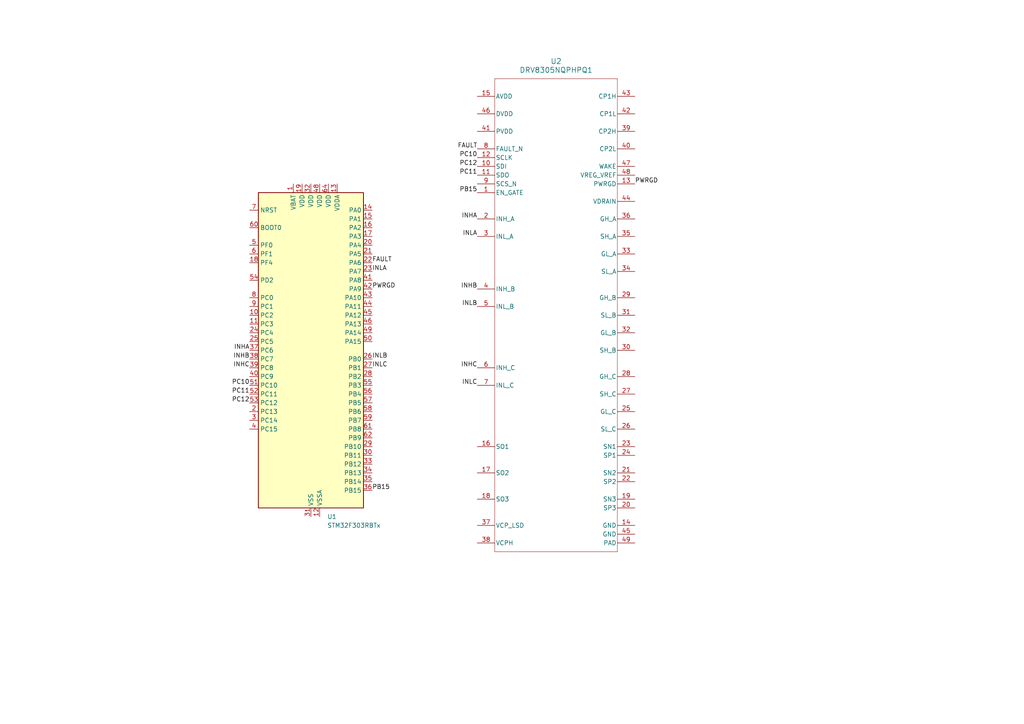
<source format=kicad_sch>
(kicad_sch (version 20231120) (generator "eeschema") (generator_version "8.0")
  (paper "A4")
  (lib_symbols
    (symbol "DRV8305N:DRV8305NQPHPQ1" (pin_names (offset 0.254))
      (property "Reference" "U" (at 0 2.54 0))
      (property "Value" "DRV8305NQPHPQ1" (at 0 0 0))
      (symbol "DRV8305NQPHPQ1_0_1"
        (polyline (pts (xy -17.78 -68.58) (xy 17.78 -68.58)) (stroke (width 0.1016)))
        (polyline (pts (xy -17.78 68.58) (xy -17.78 -68.58)) (stroke (width 0.1016)))
        (polyline (pts (xy 17.78 -68.58) (xy 17.78 68.58)) (stroke (width 0.1016)))
        (polyline (pts (xy 17.78 68.58) (xy -17.78 68.58)) (stroke (width 0.1016)))
        (pin input line (at -22.86 35.56 0) (length 5.08) (name "EN_GATE") (number "1"))
        (pin input line (at -22.86 43.18 0) (length 5.08) (name "SDI") (number "10"))
        (pin output line (at -22.86 40.64 0) (length 5.08) (name "SDO") (number "11"))
        (pin input line (at -22.86 45.72 0) (length 5.08) (name "SCLK") (number "12"))
        (pin open_collector line (at 22.86 38.1 180) (length 5.08) (name "PWRGD") (number "13"))
        (pin power_in line (at 22.86 -60.96 180) (length 5.08) (name "GND") (number "14"))
        (pin power_in line (at -22.86 63.5 0) (length 5.08) (name "AVDD") (number "15"))
        (pin output line (at -22.86 -38.1 0) (length 5.08) (name "SO1") (number "16"))
        (pin output line (at -22.86 -45.72 0) (length 5.08) (name "SO2") (number "17"))
        (pin output line (at -22.86 -53.34 0) (length 5.08) (name "SO3") (number "18"))
        (pin input line (at 22.86 -53.34 180) (length 5.08) (name "SN3") (number "19"))
        (pin input line (at -22.86 27.94 0) (length 5.08) (name "INH_A") (number "2"))
        (pin input line (at 22.86 -55.88 180) (length 5.08) (name "SP3") (number "20"))
        (pin input line (at 22.86 -45.72 180) (length 5.08) (name "SN2") (number "21"))
        (pin input line (at 22.86 -48.26 180) (length 5.08) (name "SP2") (number "22"))
        (pin input line (at 22.86 -38.1 180) (length 5.08) (name "SN1") (number "23"))
        (pin input line (at 22.86 -40.64 180) (length 5.08) (name "SP1") (number "24"))
        (pin output line (at 22.86 -27.94 180) (length 5.08) (name "GL_C") (number "25"))
        (pin input line (at 22.86 -33.02 180) (length 5.08) (name "SL_C") (number "26"))
        (pin input line (at 22.86 -22.86 180) (length 5.08) (name "SH_C") (number "27"))
        (pin output line (at 22.86 -17.78 180) (length 5.08) (name "GH_C") (number "28"))
        (pin output line (at 22.86 5.08 180) (length 5.08) (name "GH_B") (number "29"))
        (pin input line (at -22.86 22.86 0) (length 5.08) (name "INL_A") (number "3"))
        (pin input line (at 22.86 -10.16 180) (length 5.08) (name "SH_B") (number "30"))
        (pin input line (at 22.86 0 180) (length 5.08) (name "SL_B") (number "31"))
        (pin output line (at 22.86 -5.08 180) (length 5.08) (name "GL_B") (number "32"))
        (pin output line (at 22.86 17.78 180) (length 5.08) (name "GL_A") (number "33"))
        (pin input line (at 22.86 12.7 180) (length 5.08) (name "SL_A") (number "34"))
        (pin input line (at 22.86 22.86 180) (length 5.08) (name "SH_A") (number "35"))
        (pin output line (at 22.86 27.94 180) (length 5.08) (name "GH_A") (number "36"))
        (pin unspecified line (at -22.86 -60.96 0) (length 5.08) (name "VCP_LSD") (number "37"))
        (pin unspecified line (at -22.86 -66.04 0) (length 5.08) (name "VCPH") (number "38"))
        (pin unspecified line (at 22.86 53.34 180) (length 5.08) (name "CP2H") (number "39"))
        (pin input line (at -22.86 7.62 0) (length 5.08) (name "INH_B") (number "4"))
        (pin unspecified line (at 22.86 48.26 180) (length 5.08) (name "CP2L") (number "40"))
        (pin power_in line (at -22.86 53.34 0) (length 5.08) (name "PVDD") (number "41"))
        (pin unspecified line (at 22.86 58.42 180) (length 5.08) (name "CP1L") (number "42"))
        (pin unspecified line (at 22.86 63.5 180) (length 5.08) (name "CP1H") (number "43"))
        (pin power_in line (at 22.86 33.02 180) (length 5.08) (name "VDRAIN") (number "44"))
        (pin power_in line (at 22.86 -63.5 180) (length 5.08) (name "GND") (number "45"))
        (pin power_in line (at -22.86 58.42 0) (length 5.08) (name "DVDD") (number "46"))
        (pin input line (at 22.86 43.18 180) (length 5.08) (name "WAKE") (number "47"))
        (pin power_in line (at 22.86 40.64 180) (length 5.08) (name "VREG_VREF") (number "48"))
        (pin power_in line (at 22.86 -66.04 180) (length 5.08) (name "PAD") (number "49"))
        (pin input line (at -22.86 2.54 0) (length 5.08) (name "INL_B") (number "5"))
        (pin input line (at -22.86 -15.24 0) (length 5.08) (name "INH_C") (number "6"))
        (pin input line (at -22.86 -20.32 0) (length 5.08) (name "INL_C") (number "7"))
        (pin open_collector line (at -22.86 48.26 0) (length 5.08) (name "FAULT_N") (number "8"))
        (pin input line (at -22.86 38.1 0) (length 5.08) (name "SCS_N") (number "9"))
      )
    )
    (symbol "MCU_ST_STM32F3:STM32F303RBTx"
      (property "Reference" "U" (at -15.24 46.99 0))
      (property "Value" "STM32F303RBTx" (at 10.16 46.99 0))
      (symbol "STM32F303RBTx_0_1"
        (rectangle (start -15.24 -45.72) (end 15.24 45.72) (stroke (width 0.254)) (fill (type background)))
      )
      (symbol "STM32F303RBTx_1_1"
        (pin power_in line (at -5.08 48.26 270) (length 2.54) (name "VBAT") (number "1"))
        (pin bidirectional line (at -17.78 10.16 0) (length 2.54) (name "PC2") (number "10"))
        (pin bidirectional line (at -17.78 7.62 0) (length 2.54) (name "PC3") (number "11"))
        (pin power_in line (at 2.54 -48.26 90) (length 2.54) (name "VSSA") (number "12"))
        (pin power_in line (at 7.62 48.26 270) (length 2.54) (name "VDDA") (number "13"))
        (pin bidirectional line (at 17.78 40.64 180) (length 2.54) (name "PA0") (number "14"))
        (pin bidirectional line (at 17.78 38.1 180) (length 2.54) (name "PA1") (number "15"))
        (pin bidirectional line (at 17.78 35.56 180) (length 2.54) (name "PA2") (number "16"))
        (pin bidirectional line (at 17.78 33.02 180) (length 2.54) (name "PA3") (number "17"))
        (pin bidirectional line (at -17.78 25.4 0) (length 2.54) (name "PF4") (number "18"))
        (pin power_in line (at -2.54 48.26 270) (length 2.54) (name "VDD") (number "19"))
        (pin bidirectional line (at -17.78 -17.78 0) (length 2.54) (name "PC13") (number "2"))
        (pin bidirectional line (at 17.78 30.48 180) (length 2.54) (name "PA4") (number "20"))
        (pin bidirectional line (at 17.78 27.94 180) (length 2.54) (name "PA5") (number "21"))
        (pin bidirectional line (at 17.78 25.4 180) (length 2.54) (name "PA6") (number "22"))
        (pin bidirectional line (at 17.78 22.86 180) (length 2.54) (name "PA7") (number "23"))
        (pin bidirectional line (at -17.78 5.08 0) (length 2.54) (name "PC4") (number "24"))
        (pin bidirectional line (at -17.78 2.54 0) (length 2.54) (name "PC5") (number "25"))
        (pin bidirectional line (at 17.78 -2.54 180) (length 2.54) (name "PB0") (number "26"))
        (pin bidirectional line (at 17.78 -5.08 180) (length 2.54) (name "PB1") (number "27"))
        (pin bidirectional line (at 17.78 -7.62 180) (length 2.54) (name "PB2") (number "28"))
        (pin bidirectional line (at 17.78 -27.94 180) (length 2.54) (name "PB10") (number "29"))
        (pin bidirectional line (at -17.78 -20.32 0) (length 2.54) (name "PC14") (number "3"))
        (pin bidirectional line (at 17.78 -30.48 180) (length 2.54) (name "PB11") (number "30"))
        (pin power_in line (at 0 -48.26 90) (length 2.54) (name "VSS") (number "31"))
        (pin power_in line (at 0 48.26 270) (length 2.54) (name "VDD") (number "32"))
        (pin bidirectional line (at 17.78 -33.02 180) (length 2.54) (name "PB12") (number "33"))
        (pin bidirectional line (at 17.78 -35.56 180) (length 2.54) (name "PB13") (number "34"))
        (pin bidirectional line (at 17.78 -38.1 180) (length 2.54) (name "PB14") (number "35"))
        (pin bidirectional line (at 17.78 -40.64 180) (length 2.54) (name "PB15") (number "36"))
        (pin bidirectional line (at -17.78 0 0) (length 2.54) (name "PC6") (number "37"))
        (pin bidirectional line (at -17.78 -2.54 0) (length 2.54) (name "PC7") (number "38"))
        (pin bidirectional line (at -17.78 -5.08 0) (length 2.54) (name "PC8") (number "39"))
        (pin bidirectional line (at -17.78 -22.86 0) (length 2.54) (name "PC15") (number "4"))
        (pin bidirectional line (at -17.78 -7.62 0) (length 2.54) (name "PC9") (number "40"))
        (pin bidirectional line (at 17.78 20.32 180) (length 2.54) (name "PA8") (number "41"))
        (pin bidirectional line (at 17.78 17.78 180) (length 2.54) (name "PA9") (number "42"))
        (pin bidirectional line (at 17.78 15.24 180) (length 2.54) (name "PA10") (number "43"))
        (pin bidirectional line (at 17.78 12.7 180) (length 2.54) (name "PA11") (number "44"))
        (pin bidirectional line (at 17.78 10.16 180) (length 2.54) (name "PA12") (number "45"))
        (pin bidirectional line (at 17.78 7.62 180) (length 2.54) (name "PA13") (number "46"))
        (pin passive line (at 0 -48.26 90) (length 2.54) hide (name "VSS") (number "47"))
        (pin power_in line (at 2.54 48.26 270) (length 2.54) (name "VDD") (number "48"))
        (pin bidirectional line (at 17.78 5.08 180) (length 2.54) (name "PA14") (number "49"))
        (pin bidirectional line (at -17.78 30.48 0) (length 2.54) (name "PF0") (number "5"))
        (pin bidirectional line (at 17.78 2.54 180) (length 2.54) (name "PA15") (number "50"))
        (pin bidirectional line (at -17.78 -10.16 0) (length 2.54) (name "PC10") (number "51"))
        (pin bidirectional line (at -17.78 -12.7 0) (length 2.54) (name "PC11") (number "52"))
        (pin bidirectional line (at -17.78 -15.24 0) (length 2.54) (name "PC12") (number "53"))
        (pin bidirectional line (at -17.78 20.32 0) (length 2.54) (name "PD2") (number "54"))
        (pin bidirectional line (at 17.78 -10.16 180) (length 2.54) (name "PB3") (number "55"))
        (pin bidirectional line (at 17.78 -12.7 180) (length 2.54) (name "PB4") (number "56"))
        (pin bidirectional line (at 17.78 -15.24 180) (length 2.54) (name "PB5") (number "57"))
        (pin bidirectional line (at 17.78 -17.78 180) (length 2.54) (name "PB6") (number "58"))
        (pin bidirectional line (at 17.78 -20.32 180) (length 2.54) (name "PB7") (number "59"))
        (pin bidirectional line (at -17.78 27.94 0) (length 2.54) (name "PF1") (number "6"))
        (pin input line (at -17.78 35.56 0) (length 2.54) (name "BOOT0") (number "60"))
        (pin bidirectional line (at 17.78 -22.86 180) (length 2.54) (name "PB8") (number "61"))
        (pin bidirectional line (at 17.78 -25.4 180) (length 2.54) (name "PB9") (number "62"))
        (pin passive line (at 0 -48.26 90) (length 2.54) hide (name "VSS") (number "63"))
        (pin power_in line (at 5.08 48.26 270) (length 2.54) (name "VDD") (number "64"))
        (pin input line (at -17.78 40.64 0) (length 2.54) (name "NRST") (number "7"))
        (pin bidirectional line (at -17.78 15.24 0) (length 2.54) (name "PC0") (number "8"))
        (pin bidirectional line (at -17.78 12.7 0) (length 2.54) (name "PC1") (number "9"))
      )
    )
  )
  (label "PC10" (at 72.39 111.76 180))
  (label "PB15" (at 107.95 142.24 0))
  (label "INHB" (at 138.43 83.82 180))
  (label "PC11" (at 72.39 114.3 180))
  (label "INLC" (at 138.43 111.76 180))
  (label "PWRGD" (at 107.95 83.82 0))
  (label "FAULT" (at 107.95 76.2 0))
  (label "INLA" (at 138.43 68.58 180))
  (label "INHC" (at 138.43 106.68 180))
  (label "INLA" (at 107.95 78.74 0))
  (label "INHA" (at 72.39 101.6 180))
  (label "INLC" (at 107.95 106.68 0))
  (label "INLB" (at 107.95 104.14 0))
  (label "PWRGD" (at 184.15 53.34 0))
  (label "FAULT" (at 138.43 43.18 180))
  (label "PB15" (at 138.43 55.88 180))
  (label "PC11" (at 138.43 50.8 180))
  (label "PC12" (at 138.43 48.26 180))
  (label "INHB" (at 72.39 104.14 180))
  (label "PC10" (at 138.43 45.72 180))
  (label "PC12" (at 72.39 116.84 180))
  (label "INLB" (at 138.43 88.9 180))
  (label "INHA" (at 138.43 63.5 180))
  (label "INHC" (at 72.39 106.68 180))
  (symbol (lib_id "MCU_ST_STM32F3:STM32F303RBTx") (at 90.17 101.6 0) (unit 1)
    (property "Reference" "U1" (at 94.9041 149.86 0) (effects (justify left)))
    (property "Value" "STM32F303RBTx" (at 94.9041 152.4 0) (effects (justify left)))
    (property "Footprint" "Package_QFP:LQFP-64_10x10mm_P0.5mm" (effects (hide yes)))
    (property "Datasheet" "https://www.st.com/resource/en/datasheet/stm32f303rb.pdf" (effects (hide yes)))
    (property "Description" "STMicroelectronics Arm Cortex-M4 MCU, 128KB flash, 40KB RAM, 72 MHz, 2.0-3.6V, 52 GPIO, LQFP64" (effects (hide yes)))
  )
  (symbol (lib_id "DRV8305N:DRV8305NQPHPQ1") (at 161.29 91.44 0) (unit 1)
    (property "Reference" "U2" (at 161.29 17.78 0) (effects (font (size 1.524 1.524))))
    (property "Value" "DRV8305NQPHPQ1" (at 161.29 20.32 0) (effects (font (size 1.524 1.524))))
    (property "Footprint" "PHP0048G_N" (effects (hide yes)))
    (property "Datasheet" "https://www.ti.com/lit/gpn/drv8305-q1" (effects (hide yes)))
  )
)
</source>
